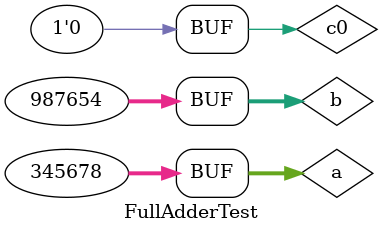
<source format=v>
`timescale 1ns / 1ps


module FullAdderTest;

	// Inputs
	reg [31:0] a;
	reg [31:0] b;
	reg c0;

	// Outputs
	wire [31:0] s;
	wire cout;

	// Instantiate the Unit Under Test (UUT)
	thirtyTwoBitsFullAdder uut (
		.a(a), 
		.b(b), 
		.s(s), 
		.c0(c0), 
		.cout(cout)
	);

	initial begin
		#100;		
		a = 32'hffffffff;
		b = 32'hfffffffff;
		c0 = 0;	

		// Wait 100 ns for global reset to finish
		#100;		
		a = 32'hffffffff;
		b = 32'hfffffaff;
		c0 = 1;	
		
		#100;		
		a = 1092657;
		b = 1534;
		c0 = 0;

		#100;		
		a = 2526234;
		b = 1274323;
		c0 = 0;

		#100;		
		a = 90221;
		b = 8821000;
		c0 = 0;

		#100;		
		a = 12;
		b = 10;
		c0 = 0;

		#100;		
		a = 15;
		b = 15;
		c0 = 0;

		#100;		
		a = 3;
		b = 4;
		c0 = 0;

		#100;		
		a = 15;
		b = 15;
		c0 = 1;

		#100;		
		a = 9;
		b = 9;
		c0 = 0;

		#100;		
		a = 5;
		b = 1;
		c0 = 0;
		
		#100;		
		a = 345678;
		b = 987654;
		c0 = 0;		

		// Add stimulus here

	end
      
endmodule


</source>
